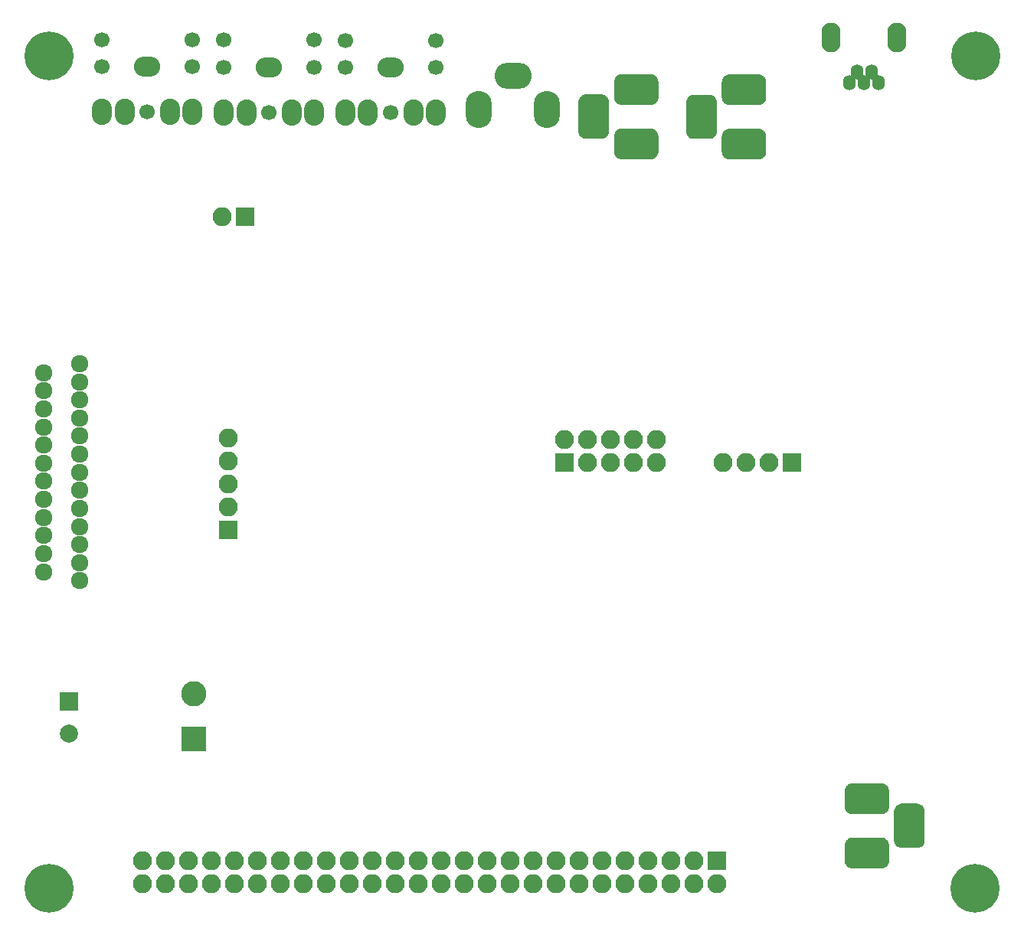
<source format=gbr>
G04 #@! TF.GenerationSoftware,KiCad,Pcbnew,5.1.2-f72e74a~84~ubuntu19.04.1*
G04 #@! TF.CreationDate,2019-05-10T17:11:43-05:00*
G04 #@! TF.ProjectId,open-dash-daughterboard,6f70656e-2d64-4617-9368-2d6461756768,rev?*
G04 #@! TF.SameCoordinates,Original*
G04 #@! TF.FileFunction,Soldermask,Bot*
G04 #@! TF.FilePolarity,Negative*
%FSLAX46Y46*%
G04 Gerber Fmt 4.6, Leading zero omitted, Abs format (unit mm)*
G04 Created by KiCad (PCBNEW 5.1.2-f72e74a~84~ubuntu19.04.1) date 2019-05-10 17:11:43*
%MOMM*%
%LPD*%
G04 APERTURE LIST*
%ADD10O,2.100000X2.100000*%
%ADD11R,2.100000X2.100000*%
%ADD12C,2.000000*%
%ADD13R,2.000000X2.000000*%
%ADD14C,5.400000*%
%ADD15C,0.100000*%
%ADD16C,3.400000*%
%ADD17C,1.700000*%
%ADD18O,2.900000X2.200000*%
%ADD19O,2.200000X2.900000*%
%ADD20C,1.924000*%
%ADD21O,1.400000X1.700000*%
%ADD22O,2.100000X3.300000*%
%ADD23O,2.900000X4.100000*%
%ADD24O,4.100000X2.900000*%
%ADD25R,2.800000X2.800000*%
%ADD26C,2.800000*%
G04 APERTURE END LIST*
D10*
X91155520Y-66537840D03*
D11*
X93695520Y-66537840D03*
D12*
X74244200Y-123667400D03*
D13*
X74244200Y-120167400D03*
D14*
X72034400Y-48793400D03*
X174459900Y-48780700D03*
X174409100Y-140792200D03*
X72021700Y-140804900D03*
D15*
G36*
X164141715Y-129190293D02*
G01*
X164224227Y-129202533D01*
X164305142Y-129222801D01*
X164383681Y-129250902D01*
X164459087Y-129286567D01*
X164530635Y-129329451D01*
X164597634Y-129379141D01*
X164659441Y-129435159D01*
X164715459Y-129496966D01*
X164765149Y-129563965D01*
X164808033Y-129635513D01*
X164843698Y-129710919D01*
X164871799Y-129789458D01*
X164892067Y-129870373D01*
X164904307Y-129952885D01*
X164908400Y-130036200D01*
X164908400Y-131736200D01*
X164904307Y-131819515D01*
X164892067Y-131902027D01*
X164871799Y-131982942D01*
X164843698Y-132061481D01*
X164808033Y-132136887D01*
X164765149Y-132208435D01*
X164715459Y-132275434D01*
X164659441Y-132337241D01*
X164597634Y-132393259D01*
X164530635Y-132442949D01*
X164459087Y-132485833D01*
X164383681Y-132521498D01*
X164305142Y-132549599D01*
X164224227Y-132569867D01*
X164141715Y-132582107D01*
X164058400Y-132586200D01*
X160858400Y-132586200D01*
X160775085Y-132582107D01*
X160692573Y-132569867D01*
X160611658Y-132549599D01*
X160533119Y-132521498D01*
X160457713Y-132485833D01*
X160386165Y-132442949D01*
X160319166Y-132393259D01*
X160257359Y-132337241D01*
X160201341Y-132275434D01*
X160151651Y-132208435D01*
X160108767Y-132136887D01*
X160073102Y-132061481D01*
X160045001Y-131982942D01*
X160024733Y-131902027D01*
X160012493Y-131819515D01*
X160008400Y-131736200D01*
X160008400Y-130036200D01*
X160012493Y-129952885D01*
X160024733Y-129870373D01*
X160045001Y-129789458D01*
X160073102Y-129710919D01*
X160108767Y-129635513D01*
X160151651Y-129563965D01*
X160201341Y-129496966D01*
X160257359Y-129435159D01*
X160319166Y-129379141D01*
X160386165Y-129329451D01*
X160457713Y-129286567D01*
X160533119Y-129250902D01*
X160611658Y-129222801D01*
X160692573Y-129202533D01*
X160775085Y-129190293D01*
X160858400Y-129186200D01*
X164058400Y-129186200D01*
X164141715Y-129190293D01*
X164141715Y-129190293D01*
G37*
D16*
X162458400Y-130886200D03*
D15*
G36*
X164141715Y-135190293D02*
G01*
X164224227Y-135202533D01*
X164305142Y-135222801D01*
X164383681Y-135250902D01*
X164459087Y-135286567D01*
X164530635Y-135329451D01*
X164597634Y-135379141D01*
X164659441Y-135435159D01*
X164715459Y-135496966D01*
X164765149Y-135563965D01*
X164808033Y-135635513D01*
X164843698Y-135710919D01*
X164871799Y-135789458D01*
X164892067Y-135870373D01*
X164904307Y-135952885D01*
X164908400Y-136036200D01*
X164908400Y-137736200D01*
X164904307Y-137819515D01*
X164892067Y-137902027D01*
X164871799Y-137982942D01*
X164843698Y-138061481D01*
X164808033Y-138136887D01*
X164765149Y-138208435D01*
X164715459Y-138275434D01*
X164659441Y-138337241D01*
X164597634Y-138393259D01*
X164530635Y-138442949D01*
X164459087Y-138485833D01*
X164383681Y-138521498D01*
X164305142Y-138549599D01*
X164224227Y-138569867D01*
X164141715Y-138582107D01*
X164058400Y-138586200D01*
X160858400Y-138586200D01*
X160775085Y-138582107D01*
X160692573Y-138569867D01*
X160611658Y-138549599D01*
X160533119Y-138521498D01*
X160457713Y-138485833D01*
X160386165Y-138442949D01*
X160319166Y-138393259D01*
X160257359Y-138337241D01*
X160201341Y-138275434D01*
X160151651Y-138208435D01*
X160108767Y-138136887D01*
X160073102Y-138061481D01*
X160045001Y-137982942D01*
X160024733Y-137902027D01*
X160012493Y-137819515D01*
X160008400Y-137736200D01*
X160008400Y-136036200D01*
X160012493Y-135952885D01*
X160024733Y-135870373D01*
X160045001Y-135789458D01*
X160073102Y-135710919D01*
X160108767Y-135635513D01*
X160151651Y-135563965D01*
X160201341Y-135496966D01*
X160257359Y-135435159D01*
X160319166Y-135379141D01*
X160386165Y-135329451D01*
X160457713Y-135286567D01*
X160533119Y-135250902D01*
X160611658Y-135222801D01*
X160692573Y-135202533D01*
X160775085Y-135190293D01*
X160858400Y-135186200D01*
X164058400Y-135186200D01*
X164141715Y-135190293D01*
X164141715Y-135190293D01*
G37*
D16*
X162458400Y-136886200D03*
D15*
G36*
X168091715Y-131440293D02*
G01*
X168174227Y-131452533D01*
X168255142Y-131472801D01*
X168333681Y-131500902D01*
X168409087Y-131536567D01*
X168480635Y-131579451D01*
X168547634Y-131629141D01*
X168609441Y-131685159D01*
X168665459Y-131746966D01*
X168715149Y-131813965D01*
X168758033Y-131885513D01*
X168793698Y-131960919D01*
X168821799Y-132039458D01*
X168842067Y-132120373D01*
X168854307Y-132202885D01*
X168858400Y-132286200D01*
X168858400Y-135486200D01*
X168854307Y-135569515D01*
X168842067Y-135652027D01*
X168821799Y-135732942D01*
X168793698Y-135811481D01*
X168758033Y-135886887D01*
X168715149Y-135958435D01*
X168665459Y-136025434D01*
X168609441Y-136087241D01*
X168547634Y-136143259D01*
X168480635Y-136192949D01*
X168409087Y-136235833D01*
X168333681Y-136271498D01*
X168255142Y-136299599D01*
X168174227Y-136319867D01*
X168091715Y-136332107D01*
X168008400Y-136336200D01*
X166308400Y-136336200D01*
X166225085Y-136332107D01*
X166142573Y-136319867D01*
X166061658Y-136299599D01*
X165983119Y-136271498D01*
X165907713Y-136235833D01*
X165836165Y-136192949D01*
X165769166Y-136143259D01*
X165707359Y-136087241D01*
X165651341Y-136025434D01*
X165601651Y-135958435D01*
X165558767Y-135886887D01*
X165523102Y-135811481D01*
X165495001Y-135732942D01*
X165474733Y-135652027D01*
X165462493Y-135569515D01*
X165458400Y-135486200D01*
X165458400Y-132286200D01*
X165462493Y-132202885D01*
X165474733Y-132120373D01*
X165495001Y-132039458D01*
X165523102Y-131960919D01*
X165558767Y-131885513D01*
X165601651Y-131813965D01*
X165651341Y-131746966D01*
X165707359Y-131685159D01*
X165769166Y-131629141D01*
X165836165Y-131579451D01*
X165907713Y-131536567D01*
X165983119Y-131500902D01*
X166061658Y-131472801D01*
X166142573Y-131452533D01*
X166225085Y-131440293D01*
X166308400Y-131436200D01*
X168008400Y-131436200D01*
X168091715Y-131440293D01*
X168091715Y-131440293D01*
G37*
D16*
X167158400Y-133886200D03*
D17*
X87909400Y-46951900D03*
X77901800Y-46951900D03*
X77901800Y-49961800D03*
X87909400Y-49961800D03*
D18*
X82905600Y-49961800D03*
D17*
X82905600Y-54965600D03*
D19*
X87909400Y-54965600D03*
X77901800Y-54965600D03*
X80403700Y-54965600D03*
X85407500Y-54965600D03*
D17*
X101371400Y-47002700D03*
X91363800Y-47002700D03*
X91363800Y-50012600D03*
X101371400Y-50012600D03*
D18*
X96367600Y-50012600D03*
D17*
X96367600Y-55016400D03*
D19*
X101371400Y-55016400D03*
X91363800Y-55016400D03*
X93865700Y-55016400D03*
X98869500Y-55016400D03*
D17*
X114808000Y-47053500D03*
X104800400Y-47053500D03*
X104800400Y-50063400D03*
X114808000Y-50063400D03*
D18*
X109804200Y-50063400D03*
D17*
X109804200Y-55067200D03*
D19*
X114808000Y-55067200D03*
X104800400Y-55067200D03*
X107302300Y-55067200D03*
X112306100Y-55067200D03*
D15*
G36*
X150553715Y-56803093D02*
G01*
X150636227Y-56815333D01*
X150717142Y-56835601D01*
X150795681Y-56863702D01*
X150871087Y-56899367D01*
X150942635Y-56942251D01*
X151009634Y-56991941D01*
X151071441Y-57047959D01*
X151127459Y-57109766D01*
X151177149Y-57176765D01*
X151220033Y-57248313D01*
X151255698Y-57323719D01*
X151283799Y-57402258D01*
X151304067Y-57483173D01*
X151316307Y-57565685D01*
X151320400Y-57649000D01*
X151320400Y-59349000D01*
X151316307Y-59432315D01*
X151304067Y-59514827D01*
X151283799Y-59595742D01*
X151255698Y-59674281D01*
X151220033Y-59749687D01*
X151177149Y-59821235D01*
X151127459Y-59888234D01*
X151071441Y-59950041D01*
X151009634Y-60006059D01*
X150942635Y-60055749D01*
X150871087Y-60098633D01*
X150795681Y-60134298D01*
X150717142Y-60162399D01*
X150636227Y-60182667D01*
X150553715Y-60194907D01*
X150470400Y-60199000D01*
X147270400Y-60199000D01*
X147187085Y-60194907D01*
X147104573Y-60182667D01*
X147023658Y-60162399D01*
X146945119Y-60134298D01*
X146869713Y-60098633D01*
X146798165Y-60055749D01*
X146731166Y-60006059D01*
X146669359Y-59950041D01*
X146613341Y-59888234D01*
X146563651Y-59821235D01*
X146520767Y-59749687D01*
X146485102Y-59674281D01*
X146457001Y-59595742D01*
X146436733Y-59514827D01*
X146424493Y-59432315D01*
X146420400Y-59349000D01*
X146420400Y-57649000D01*
X146424493Y-57565685D01*
X146436733Y-57483173D01*
X146457001Y-57402258D01*
X146485102Y-57323719D01*
X146520767Y-57248313D01*
X146563651Y-57176765D01*
X146613341Y-57109766D01*
X146669359Y-57047959D01*
X146731166Y-56991941D01*
X146798165Y-56942251D01*
X146869713Y-56899367D01*
X146945119Y-56863702D01*
X147023658Y-56835601D01*
X147104573Y-56815333D01*
X147187085Y-56803093D01*
X147270400Y-56799000D01*
X150470400Y-56799000D01*
X150553715Y-56803093D01*
X150553715Y-56803093D01*
G37*
D16*
X148870400Y-58499000D03*
D15*
G36*
X150553715Y-50803093D02*
G01*
X150636227Y-50815333D01*
X150717142Y-50835601D01*
X150795681Y-50863702D01*
X150871087Y-50899367D01*
X150942635Y-50942251D01*
X151009634Y-50991941D01*
X151071441Y-51047959D01*
X151127459Y-51109766D01*
X151177149Y-51176765D01*
X151220033Y-51248313D01*
X151255698Y-51323719D01*
X151283799Y-51402258D01*
X151304067Y-51483173D01*
X151316307Y-51565685D01*
X151320400Y-51649000D01*
X151320400Y-53349000D01*
X151316307Y-53432315D01*
X151304067Y-53514827D01*
X151283799Y-53595742D01*
X151255698Y-53674281D01*
X151220033Y-53749687D01*
X151177149Y-53821235D01*
X151127459Y-53888234D01*
X151071441Y-53950041D01*
X151009634Y-54006059D01*
X150942635Y-54055749D01*
X150871087Y-54098633D01*
X150795681Y-54134298D01*
X150717142Y-54162399D01*
X150636227Y-54182667D01*
X150553715Y-54194907D01*
X150470400Y-54199000D01*
X147270400Y-54199000D01*
X147187085Y-54194907D01*
X147104573Y-54182667D01*
X147023658Y-54162399D01*
X146945119Y-54134298D01*
X146869713Y-54098633D01*
X146798165Y-54055749D01*
X146731166Y-54006059D01*
X146669359Y-53950041D01*
X146613341Y-53888234D01*
X146563651Y-53821235D01*
X146520767Y-53749687D01*
X146485102Y-53674281D01*
X146457001Y-53595742D01*
X146436733Y-53514827D01*
X146424493Y-53432315D01*
X146420400Y-53349000D01*
X146420400Y-51649000D01*
X146424493Y-51565685D01*
X146436733Y-51483173D01*
X146457001Y-51402258D01*
X146485102Y-51323719D01*
X146520767Y-51248313D01*
X146563651Y-51176765D01*
X146613341Y-51109766D01*
X146669359Y-51047959D01*
X146731166Y-50991941D01*
X146798165Y-50942251D01*
X146869713Y-50899367D01*
X146945119Y-50863702D01*
X147023658Y-50835601D01*
X147104573Y-50815333D01*
X147187085Y-50803093D01*
X147270400Y-50799000D01*
X150470400Y-50799000D01*
X150553715Y-50803093D01*
X150553715Y-50803093D01*
G37*
D16*
X148870400Y-52499000D03*
D15*
G36*
X145103715Y-53053093D02*
G01*
X145186227Y-53065333D01*
X145267142Y-53085601D01*
X145345681Y-53113702D01*
X145421087Y-53149367D01*
X145492635Y-53192251D01*
X145559634Y-53241941D01*
X145621441Y-53297959D01*
X145677459Y-53359766D01*
X145727149Y-53426765D01*
X145770033Y-53498313D01*
X145805698Y-53573719D01*
X145833799Y-53652258D01*
X145854067Y-53733173D01*
X145866307Y-53815685D01*
X145870400Y-53899000D01*
X145870400Y-57099000D01*
X145866307Y-57182315D01*
X145854067Y-57264827D01*
X145833799Y-57345742D01*
X145805698Y-57424281D01*
X145770033Y-57499687D01*
X145727149Y-57571235D01*
X145677459Y-57638234D01*
X145621441Y-57700041D01*
X145559634Y-57756059D01*
X145492635Y-57805749D01*
X145421087Y-57848633D01*
X145345681Y-57884298D01*
X145267142Y-57912399D01*
X145186227Y-57932667D01*
X145103715Y-57944907D01*
X145020400Y-57949000D01*
X143320400Y-57949000D01*
X143237085Y-57944907D01*
X143154573Y-57932667D01*
X143073658Y-57912399D01*
X142995119Y-57884298D01*
X142919713Y-57848633D01*
X142848165Y-57805749D01*
X142781166Y-57756059D01*
X142719359Y-57700041D01*
X142663341Y-57638234D01*
X142613651Y-57571235D01*
X142570767Y-57499687D01*
X142535102Y-57424281D01*
X142507001Y-57345742D01*
X142486733Y-57264827D01*
X142474493Y-57182315D01*
X142470400Y-57099000D01*
X142470400Y-53899000D01*
X142474493Y-53815685D01*
X142486733Y-53733173D01*
X142507001Y-53652258D01*
X142535102Y-53573719D01*
X142570767Y-53498313D01*
X142613651Y-53426765D01*
X142663341Y-53359766D01*
X142719359Y-53297959D01*
X142781166Y-53241941D01*
X142848165Y-53192251D01*
X142919713Y-53149367D01*
X142995119Y-53113702D01*
X143073658Y-53085601D01*
X143154573Y-53065333D01*
X143237085Y-53053093D01*
X143320400Y-53049000D01*
X145020400Y-53049000D01*
X145103715Y-53053093D01*
X145103715Y-53053093D01*
G37*
D16*
X144170400Y-55499000D03*
D15*
G36*
X138640115Y-56780493D02*
G01*
X138722627Y-56792733D01*
X138803542Y-56813001D01*
X138882081Y-56841102D01*
X138957487Y-56876767D01*
X139029035Y-56919651D01*
X139096034Y-56969341D01*
X139157841Y-57025359D01*
X139213859Y-57087166D01*
X139263549Y-57154165D01*
X139306433Y-57225713D01*
X139342098Y-57301119D01*
X139370199Y-57379658D01*
X139390467Y-57460573D01*
X139402707Y-57543085D01*
X139406800Y-57626400D01*
X139406800Y-59326400D01*
X139402707Y-59409715D01*
X139390467Y-59492227D01*
X139370199Y-59573142D01*
X139342098Y-59651681D01*
X139306433Y-59727087D01*
X139263549Y-59798635D01*
X139213859Y-59865634D01*
X139157841Y-59927441D01*
X139096034Y-59983459D01*
X139029035Y-60033149D01*
X138957487Y-60076033D01*
X138882081Y-60111698D01*
X138803542Y-60139799D01*
X138722627Y-60160067D01*
X138640115Y-60172307D01*
X138556800Y-60176400D01*
X135356800Y-60176400D01*
X135273485Y-60172307D01*
X135190973Y-60160067D01*
X135110058Y-60139799D01*
X135031519Y-60111698D01*
X134956113Y-60076033D01*
X134884565Y-60033149D01*
X134817566Y-59983459D01*
X134755759Y-59927441D01*
X134699741Y-59865634D01*
X134650051Y-59798635D01*
X134607167Y-59727087D01*
X134571502Y-59651681D01*
X134543401Y-59573142D01*
X134523133Y-59492227D01*
X134510893Y-59409715D01*
X134506800Y-59326400D01*
X134506800Y-57626400D01*
X134510893Y-57543085D01*
X134523133Y-57460573D01*
X134543401Y-57379658D01*
X134571502Y-57301119D01*
X134607167Y-57225713D01*
X134650051Y-57154165D01*
X134699741Y-57087166D01*
X134755759Y-57025359D01*
X134817566Y-56969341D01*
X134884565Y-56919651D01*
X134956113Y-56876767D01*
X135031519Y-56841102D01*
X135110058Y-56813001D01*
X135190973Y-56792733D01*
X135273485Y-56780493D01*
X135356800Y-56776400D01*
X138556800Y-56776400D01*
X138640115Y-56780493D01*
X138640115Y-56780493D01*
G37*
D16*
X136956800Y-58476400D03*
D15*
G36*
X138640115Y-50780493D02*
G01*
X138722627Y-50792733D01*
X138803542Y-50813001D01*
X138882081Y-50841102D01*
X138957487Y-50876767D01*
X139029035Y-50919651D01*
X139096034Y-50969341D01*
X139157841Y-51025359D01*
X139213859Y-51087166D01*
X139263549Y-51154165D01*
X139306433Y-51225713D01*
X139342098Y-51301119D01*
X139370199Y-51379658D01*
X139390467Y-51460573D01*
X139402707Y-51543085D01*
X139406800Y-51626400D01*
X139406800Y-53326400D01*
X139402707Y-53409715D01*
X139390467Y-53492227D01*
X139370199Y-53573142D01*
X139342098Y-53651681D01*
X139306433Y-53727087D01*
X139263549Y-53798635D01*
X139213859Y-53865634D01*
X139157841Y-53927441D01*
X139096034Y-53983459D01*
X139029035Y-54033149D01*
X138957487Y-54076033D01*
X138882081Y-54111698D01*
X138803542Y-54139799D01*
X138722627Y-54160067D01*
X138640115Y-54172307D01*
X138556800Y-54176400D01*
X135356800Y-54176400D01*
X135273485Y-54172307D01*
X135190973Y-54160067D01*
X135110058Y-54139799D01*
X135031519Y-54111698D01*
X134956113Y-54076033D01*
X134884565Y-54033149D01*
X134817566Y-53983459D01*
X134755759Y-53927441D01*
X134699741Y-53865634D01*
X134650051Y-53798635D01*
X134607167Y-53727087D01*
X134571502Y-53651681D01*
X134543401Y-53573142D01*
X134523133Y-53492227D01*
X134510893Y-53409715D01*
X134506800Y-53326400D01*
X134506800Y-51626400D01*
X134510893Y-51543085D01*
X134523133Y-51460573D01*
X134543401Y-51379658D01*
X134571502Y-51301119D01*
X134607167Y-51225713D01*
X134650051Y-51154165D01*
X134699741Y-51087166D01*
X134755759Y-51025359D01*
X134817566Y-50969341D01*
X134884565Y-50919651D01*
X134956113Y-50876767D01*
X135031519Y-50841102D01*
X135110058Y-50813001D01*
X135190973Y-50792733D01*
X135273485Y-50780493D01*
X135356800Y-50776400D01*
X138556800Y-50776400D01*
X138640115Y-50780493D01*
X138640115Y-50780493D01*
G37*
D16*
X136956800Y-52476400D03*
D15*
G36*
X133190115Y-53030493D02*
G01*
X133272627Y-53042733D01*
X133353542Y-53063001D01*
X133432081Y-53091102D01*
X133507487Y-53126767D01*
X133579035Y-53169651D01*
X133646034Y-53219341D01*
X133707841Y-53275359D01*
X133763859Y-53337166D01*
X133813549Y-53404165D01*
X133856433Y-53475713D01*
X133892098Y-53551119D01*
X133920199Y-53629658D01*
X133940467Y-53710573D01*
X133952707Y-53793085D01*
X133956800Y-53876400D01*
X133956800Y-57076400D01*
X133952707Y-57159715D01*
X133940467Y-57242227D01*
X133920199Y-57323142D01*
X133892098Y-57401681D01*
X133856433Y-57477087D01*
X133813549Y-57548635D01*
X133763859Y-57615634D01*
X133707841Y-57677441D01*
X133646034Y-57733459D01*
X133579035Y-57783149D01*
X133507487Y-57826033D01*
X133432081Y-57861698D01*
X133353542Y-57889799D01*
X133272627Y-57910067D01*
X133190115Y-57922307D01*
X133106800Y-57926400D01*
X131406800Y-57926400D01*
X131323485Y-57922307D01*
X131240973Y-57910067D01*
X131160058Y-57889799D01*
X131081519Y-57861698D01*
X131006113Y-57826033D01*
X130934565Y-57783149D01*
X130867566Y-57733459D01*
X130805759Y-57677441D01*
X130749741Y-57615634D01*
X130700051Y-57548635D01*
X130657167Y-57477087D01*
X130621502Y-57401681D01*
X130593401Y-57323142D01*
X130573133Y-57242227D01*
X130560893Y-57159715D01*
X130556800Y-57076400D01*
X130556800Y-53876400D01*
X130560893Y-53793085D01*
X130573133Y-53710573D01*
X130593401Y-53629658D01*
X130621502Y-53551119D01*
X130657167Y-53475713D01*
X130700051Y-53404165D01*
X130749741Y-53337166D01*
X130805759Y-53275359D01*
X130867566Y-53219341D01*
X130934565Y-53169651D01*
X131006113Y-53126767D01*
X131081519Y-53091102D01*
X131160058Y-53063001D01*
X131240973Y-53042733D01*
X131323485Y-53030493D01*
X131406800Y-53026400D01*
X133106800Y-53026400D01*
X133190115Y-53030493D01*
X133190115Y-53030493D01*
G37*
D16*
X132256800Y-55476400D03*
D11*
X145872200Y-137769600D03*
D10*
X145872200Y-140309600D03*
X143332200Y-137769600D03*
X143332200Y-140309600D03*
X140792200Y-137769600D03*
X140792200Y-140309600D03*
X138252200Y-137769600D03*
X138252200Y-140309600D03*
X135712200Y-137769600D03*
X135712200Y-140309600D03*
X133172200Y-137769600D03*
X133172200Y-140309600D03*
X130632200Y-137769600D03*
X130632200Y-140309600D03*
X128092200Y-137769600D03*
X128092200Y-140309600D03*
X125552200Y-137769600D03*
X125552200Y-140309600D03*
X123012200Y-137769600D03*
X123012200Y-140309600D03*
X120472200Y-137769600D03*
X120472200Y-140309600D03*
X117932200Y-137769600D03*
X117932200Y-140309600D03*
X115392200Y-137769600D03*
X115392200Y-140309600D03*
X112852200Y-137769600D03*
X112852200Y-140309600D03*
X110312200Y-137769600D03*
X110312200Y-140309600D03*
X107772200Y-137769600D03*
X107772200Y-140309600D03*
X105232200Y-137769600D03*
X105232200Y-140309600D03*
X102692200Y-137769600D03*
X102692200Y-140309600D03*
X100152200Y-137769600D03*
X100152200Y-140309600D03*
X97612200Y-137769600D03*
X97612200Y-140309600D03*
X95072200Y-137769600D03*
X95072200Y-140309600D03*
X92532200Y-137769600D03*
X92532200Y-140309600D03*
X89992200Y-137769600D03*
X89992200Y-140309600D03*
X87452200Y-137769600D03*
X87452200Y-140309600D03*
X84912200Y-137769600D03*
X84912200Y-140309600D03*
X82372200Y-137769600D03*
X82372200Y-140309600D03*
X91871800Y-91008200D03*
X91871800Y-93548200D03*
X91871800Y-96088200D03*
X91871800Y-98628200D03*
D11*
X91871800Y-101168200D03*
D20*
X71437500Y-99796600D03*
X71437500Y-97802700D03*
X71437500Y-89801700D03*
X71437500Y-103797100D03*
X71437500Y-93802200D03*
X71437500Y-101803200D03*
X71437500Y-91795600D03*
X71437500Y-95796100D03*
X71437500Y-83794600D03*
X71437500Y-105803700D03*
X71437500Y-85801200D03*
X71437500Y-87795100D03*
X75438000Y-88798400D03*
X75438000Y-86804500D03*
X75438000Y-82804000D03*
X75438000Y-84797900D03*
X75438000Y-90805000D03*
X75438000Y-96799400D03*
X75438000Y-94805500D03*
X75438000Y-92798900D03*
X75438000Y-98806000D03*
X75438000Y-100799900D03*
X75438000Y-102806500D03*
X75438000Y-104800400D03*
X75438000Y-106807000D03*
D10*
X146558000Y-93751400D03*
X149098000Y-93751400D03*
X151638000Y-93751400D03*
D11*
X154178000Y-93751400D03*
D10*
X139192000Y-91186000D03*
X139192000Y-93726000D03*
X136652000Y-91186000D03*
X136652000Y-93726000D03*
X134112000Y-91186000D03*
X134112000Y-93726000D03*
X131572000Y-91186000D03*
X131572000Y-93726000D03*
X129032000Y-91186000D03*
D11*
X129032000Y-93726000D03*
D21*
X160561400Y-51771800D03*
X163761800Y-51771800D03*
X162974400Y-50578000D03*
X161348800Y-50552600D03*
X162161600Y-51771800D03*
D22*
X158504000Y-46717200D03*
X165793800Y-46717200D03*
D23*
X127101600Y-54686200D03*
X119583200Y-54686200D03*
D24*
X123342400Y-50977800D03*
D25*
X88087200Y-124278400D03*
D26*
X88087200Y-119278400D03*
M02*

</source>
